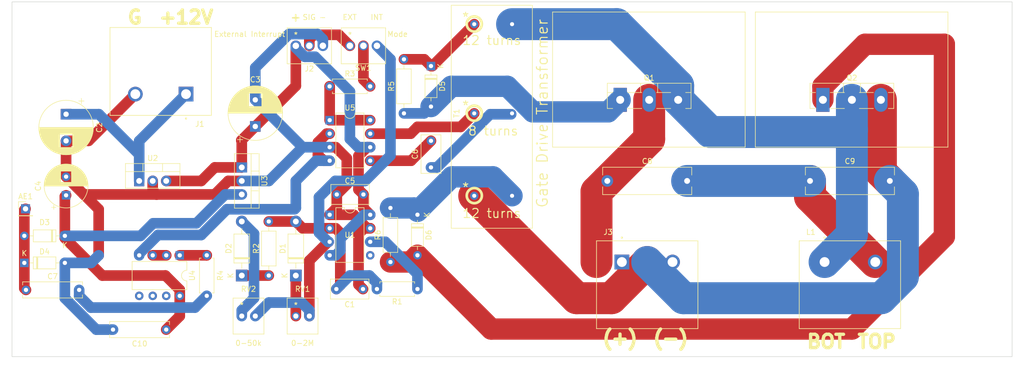
<source format=kicad_pcb>
(kicad_pcb (version 20221018) (generator pcbnew)
  (layers (0 "F.Cu" signal) (31 "B.Cu" signal) (34 "B.Paste" user) (35 "F.Paste" user) (36 "B.SilkS" user "B.Silkscreen") (37 "F.SilkS" user "F.Silkscreen") (38 "B.Mask" user) (39 "F.Mask" user) (44 "Edge.Cuts" user))
  (net 0 "")
  (net 1 "Net-(AE1-A)")
  (net 2 "GND")
  (net 3 "Net-(D1-A)")
  (net 4 "+12V")
  (net 5 "+5V")
  (net 6 "Net-(J1-Pin_1)")
  (net 7 "Net-(U5-OUTB)")
  (net 8 "Net-(C7-Pad1)")
  (net 9 "Net-(T1-AB)")
  (net 10 "/+340VDC")
  (net 11 "/TOP")
  (net 12 "/-340VDC")
  (net 13 "Net-(D1-K)")
  (net 14 "Net-(D2-A)")
  (net 15 "Net-(D2-K)")
  (net 16 "/GD0")
  (net 17 "/BASE1")
  (net 18 "/GD1")
  (net 19 "/BASE2")
  (net 20 "Net-(J2-Pin_2)")
  (net 21 "/BOT")
  (net 22 "Net-(U1-THR)")
  (net 23 "Net-(SW1-B)")
  (net 24 "Net-(U5-ENBA)")
  (net 25 "Net-(R4-Pad2)")
  (net 26 "Net-(SW1-C)")
  (net 27 "Net-(T1-AA)")
  (net 29 "Net-(U4-Pad2)")
  (net 30 "Net-(U5-INA)")
  (footprint "Diode_THT:D_DO-35_SOD27_P7.62mm_Horizontal" (layer "F.Cu") (at 63.29924 112.20324 180)
    (fp_text reference "D3" (at 3.81 2.54) (layer "F.SilkS"))
    (fp_text value "1N4148")
    (fp_text user "K" (at 0 -1.8) (layer "F.SilkS"))
    (pad "1" thru_hole rect (at 0 0 180) (size 1.6 1.6) (drill 0.8) (layers "*.Cu" "*.Mask") (net 5 "+5V"))
    (pad "2" thru_hole oval (at 7.62 0 180) (size 1.6 1.6) (drill 0.8) (layers "*.Cu" "*.Mask") (net 1 "Net-(AE1-A)"))
  )
  (footprint "Diode_THT:D_DO-35_SOD27_P7.62mm_Horizontal" (layer "F.Cu") (at 129.56924 108.23324 -90)
    (fp_text reference "D6" (at 3.81 -2.12 90) (layer "F.SilkS"))
    (fp_text value "1N4148")
    (fp_text user "K" (at 0 -1.8 90) (layer "F.SilkS"))
    (pad "1" thru_hole rect (at 0 0 270) (size 1.6 1.6) (drill 0.8) (layers "*.Cu" "*.Mask") (net 18 "/GD1"))
    (pad "2" thru_hole oval (at 7.62 0 270) (size 1.6 1.6) (drill 0.8) (layers "*.Cu" "*.Mask") (net 19 "/BASE2"))
  )
  (footprint "local:282834-2" (layer "F.Cu") (at 96.54924 127.28324)
    (fp_text reference "RV2" (at 1.27 -5.08) (layer "F.SilkS"))
    (fp_text value "0-50k" (at 1.27 5.08) (layer "F.SilkS"))
    (fp_text user "*" (at 0 -2.032) (layer "F.SilkS"))
    (pad "1" thru_hole circle (at 0 0) (size 1.524 1.524) (drill 0.9652) (layers "*.Cu" "*.Mask") (net 14 "Net-(D2-A)"))
    (pad "2" thru_hole circle (at 2.54 0) (size 1.524 1.524) (drill 0.9652) (layers "*.Cu" "*.Mask") (net 26 "Net-(SW1-C)"))
  )
  (footprint "Package_DIP:DIP-8_W7.62mm" (layer "F.Cu") (at 113.06924 108.24324)
    (fp_text reference "U1" (at 3.81 3.8) (layer "F.SilkS"))
    (fp_text value "NE555P")
    (pad "1" thru_hole rect (at 0 0) (size 1.6 1.6) (drill 0.8) (layers "*.Cu" "*.Mask") (net 2 "GND"))
    (pad "2" thru_hole oval (at 0 2.54) (size 1.6 1.6) (drill 0.8) (layers "*.Cu" "*.Mask") (net 3 "Net-(D1-A)"))
    (pad "3" thru_hole oval (at 0 5.08) (size 1.6 1.6) (drill 0.8) (layers "*.Cu" "*.Mask") (net 26 "Net-(SW1-C)"))
    (pad "4" thru_hole oval (at 0 7.62) (size 1.6 1.6) (drill 0.8) (layers "*.Cu" "*.Mask") (net 4 "+12V"))
    (pad "5" thru_hole oval (at 7.62 7.62) (size 1.6 1.6) (drill 0.8) (layers "*.Cu" "*.Mask"))
    (pad "6" thru_hole oval (at 7.62 5.08) (size 1.6 1.6) (drill 0.8) (layers "*.Cu" "*.Mask") (net 22 "Net-(U1-THR)"))
    (pad "7" thru_hole oval (at 7.62 2.54) (size 1.6 1.6) (drill 0.8) (layers "*.Cu" "*.Mask") (net 2 "GND"))
    (pad "8" thru_hole oval (at 7.62 0) (size 1.6 1.6) (drill 0.8) (layers "*.Cu" "*.Mask") (net 4 "+12V"))
  )
  (footprint "local:282834-3" (layer "F.Cu") (at 106.70924 76.48324)
    (fp_text reference "J2" (at 2.54 4.318) (layer "F.SilkS"))
    (fp_text value "External Interrupt" (at -1.93424 -2.18824) (layer "F.SilkS") (effects (justify right)))
    (fp_text user "*" (at 0 -2.032) (layer "F.SilkS"))
    (pad "1" thru_hole circle (at 0 0) (size 1.7272 1.7272) (drill 1.2192) (layers "*.Cu" "*.Mask") (net 4 "+12V"))
    (pad "2" thru_hole circle (at 2.54 0) (size 1.7272 1.7272) (drill 1.2192) (layers "*.Cu" "*.Mask") (net 20 "Net-(J2-Pin_2)"))
    (pad "3" thru_hole circle (at 5.08 0) (size 1.7272 1.7272) (drill 1.2192) (layers "*.Cu" "*.Mask") (net 2 "GND"))
  )
  (footprint "Connector_PinHeader_2.54mm:PinHeader_1x01_P2.54mm_Vertical" (layer "F.Cu") (at 55.90924 107.12324)
    (fp_text reference "AE1" (at 0 -2.33) (layer "F.SilkS"))
    (fp_text value "Antenna")
    (pad "1" thru_hole rect (at 0 0) (size 1.7 1.7) (drill 1) (layers "*.Cu" "*.Mask") (net 1 "Net-(AE1-A)"))
  )
  (footprint "Capacitor_THT:C_Rect_L7.0mm_W3.5mm_P5.00mm" (layer "F.Cu") (at 119.40924 104.42324 180)
    (fp_text reference "C5" (at 2.53 2.54) (layer "F.SilkS"))
    (fp_text value "10uF")
    (pad "1" thru_hole circle (at 0 0 180) (size 1.6 1.6) (drill 0.8) (layers "*.Cu" "*.Mask") (net 4 "+12V"))
    (pad "2" thru_hole circle (at 5 0 180) (size 1.6 1.6) (drill 0.8) (layers "*.Cu" "*.Mask") (net 2 "GND"))
  )
  (footprint "Diode_THT:D_DO-35_SOD27_P7.62mm_Horizontal" (layer "F.Cu") (at 132.10924 80.29324 -90)
    (fp_text reference "D5" (at 3.81 -2.12 90) (layer "F.SilkS"))
    (fp_text value "1N4148")
    (fp_text user "K" (at 0 -1.8 90) (layer "F.SilkS"))
    (pad "1" thru_hole rect (at 0 0 270) (size 1.6 1.6) (drill 0.8) (layers "*.Cu" "*.Mask") (net 16 "/GD0"))
    (pad "2" thru_hole oval (at 7.62 0 270) (size 1.6 1.6) (drill 0.8) (layers "*.Cu" "*.Mask") (net 17 "/BASE1"))
  )
  (footprint "local:TE_1546833-2" (layer "F.Cu") (at 81.30924 85.56574 180)
    (fp_text reference "J1" (at -7.35 -5.625) (layer "F.SilkS"))
    (fp_text value "LV INPUT")
    (pad "1" thru_hole rect (at -4.765 0 180) (size 2.775 2.775) (drill 1.85) (layers "*.Cu" "*.Mask") (net 6 "Net-(J1-Pin_1)"))
    (pad "2" thru_hole circle (at 4.765 0 180) (size 2.775 2.775) (drill 1.85) (layers "*.Cu" "*.Mask") (net 2 "GND"))
  )
  (footprint "local:TO-3P-3_Vertical_Heatsink" (layer "F.Cu") (at 205.76924 86.64324)
    (fp_text reference "Q2" (at 5.45 -4.12) (layer "F.SilkS"))
    (fp_text value "FGA60N65SMD")
    (pad "" np_thru_hole circle (at -7.2 -3.95) (size 0.001 0.001) (drill 3) (layers "F&B.Cu" "*.Mask"))
    (pad "" np_thru_hole circle (at 18.1 -3.95) (size 0.001 0.001) (drill 3) (layers "F&B.Cu" "*.Mask"))
    (pad "1" thru_hole rect (at 0 0) (size 2.5 4.5) (drill 1.5) (layers "*.Cu" "*.Mask") (net 19 "/BASE2"))
    (pad "2" thru_hole oval (at 5.45 0) (size 2.5 4.5) (drill 1.5) (layers "*.Cu" "*.Mask") (net 21 "/BOT"))
    (pad "3" thru_hole oval (at 10.9 0) (size 2.5 4.5) (drill 1.5) (layers "*.Cu" "*.Mask") (net 12 "/-340VDC"))
  )
  (footprint "Package_TO_SOT_THT:TO-220-3_Vertical" (layer "F.Cu") (at 77.26924 101.88324)
    (fp_text reference "U2" (at 2.54 -4.27) (layer "F.SilkS"))
    (fp_text value "LM7812_TO220")
    (pad "1" thru_hole rect (at 0 0) (size 1.905 2) (drill 1.1) (layers "*.Cu" "*.Mask") (net 6 "Net-(J1-Pin_1)"))
    (pad "2" thru_hole oval (at 2.54 0) (size 1.905 2) (drill 1.1) (layers "*.Cu" "*.Mask") (net 2 "GND"))
    (pad "3" thru_hole oval (at 5.08 0) (size 1.905 2) (drill 1.1) (layers "*.Cu" "*.Mask") (net 4 "+12V"))
  )
  (footprint "Diode_THT:D_DO-35_SOD27_P7.62mm_Horizontal" (layer "F.Cu") (at 55.67924 117.28324)
    (fp_text reference "D4" (at 3.81 -2.12) (layer "F.SilkS"))
    (fp_text value "1N4148")
    (fp_text user "K" (at 0 -1.8) (layer "F.SilkS"))
    (pad "1" thru_hole rect (at 0 0) (size 1.6 1.6) (drill 0.8) (layers "*.Cu" "*.Mask") (net 1 "Net-(AE1-A)"))
    (pad "2" thru_hole oval (at 7.62 0) (size 1.6 1.6) (drill 0.8) (layers "*.Cu" "*.Mask") (net 2 "GND"))
  )
  (footprint "local:282834-2" (layer "F.Cu") (at 106.70924 127.28324)
    (fp_text reference "RV1" (at 1.27 -5.08) (layer "F.SilkS"))
    (fp_text value "0-2M" (at 1.27 5.08) (layer "F.SilkS"))
    (fp_text user "*" (at 0 -2.032) (layer "F.SilkS"))
    (pad "1" thru_hole circle (at 0 0) (size 1.524 1.524) (drill 0.9652) (layers "*.Cu" "*.Mask") (net 13 "Net-(D1-K)"))
    (pad "2" thru_hole circle (at 2.54 0) (size 1.524 1.524) (drill 0.9652) (layers "*.Cu" "*.Mask") (net 26 "Net-(SW1-C)"))
  )
  (footprint "Resistor_THT:R_Axial_DIN0207_L6.3mm_D2.5mm_P10.16mm_Horizontal" (layer "F.Cu") (at 124.48924 117.12324 90)
    (fp_text reference "R6" (at 5.08 -2.37 90) (layer "F.SilkS"))
    (fp_text value "6.8")
    (pad "1" thru_hole circle (at 0 0 90) (size 1.6 1.6) (drill 0.8) (layers "*.Cu" "*.Mask") (net 19 "/BASE2"))
    (pad "2" thru_hole oval (at 10.16 0 90) (size 1.6 1.6) (drill 0.8) (layers "*.Cu" "*.Mask") (net 18 "/GD1"))
  )
  (footprint "Capacitor_THT:C_Rect_L16.5mm_W4.9mm_P15.00mm_MKT" (layer "F.Cu") (at 203.34924 101.88324)
    (fp_text reference "C9" (at 7.5 -3.7) (layer "F.SilkS"))
    (fp_text value "0.82uF")
    (pad "1" thru_hole circle (at 0 0) (size 2.2 2.2) (drill 1.1) (layers "*.Cu" "*.Mask") (net 11 "/TOP"))
    (pad "2" thru_hole circle (at 15 0) (size 2.2 2.2) (drill 1.1) (layers "*.Cu" "*.Mask") (net 12 "/-340VDC"))
  )
  (footprint "local:TE_1546833-2" (layer "F.Cu") (at 172.74924 117.12324)
    (fp_text reference "J3" (at -7.35 -5.625) (layer "F.SilkS"))
    (fp_text value "HV INPUT")
    (pad "1" thru_hole rect (at -4.765 0) (size 2.775 2.775) (drill 1.85) (layers "*.Cu" "*.Mask") (net 10 "/+340VDC"))
    (pad "2" thru_hole circle (at 4.765 0) (size 2.775 2.775) (drill 1.85) (layers "*.Cu" "*.Mask") (net 12 "/-340VDC"))
  )
  (footprint "Diode_THT:D_DO-41_SOD81_P10.16mm_Horizontal" (layer "F.Cu") (at 96.54924 119.66324 90)
    (fp_text reference "D2" (at 5.08 -2.47 90) (layer "F.SilkS"))
    (fp_text value "1N4007")
    (fp_text user "K" (at 0 -2.1 90) (layer "F.SilkS"))
    (pad "1" thru_hole rect (at 0 0 90) (size 2.2 2.2) (drill 1.1) (layers "*.Cu" "*.Mask") (net 15 "Net-(D2-K)"))
    (pad "2" thru_hole oval (at 10.16 0 90) (size 2.2 2.2) (drill 1.1) (layers "*.Cu" "*.Mask") (net 14 "Net-(D2-A)"))
  )
  (footprint "local:TE_1546833-2" (layer "F.Cu") (at 210.84924 117.12324)
    (fp_text reference "L1" (at -7.35 -5.625) (layer "F.SilkS"))
    (fp_text value "PRIMARY")
    (pad "1" thru_hole rect (at -4.765 0) (size 2.775 2.775) (drill 1.85) (layers "*.Cu" "*.Mask") (net 21 "/BOT"))
    (pad "2" thru_hole circle (at 4.765 0) (size 2.775 2.775) (drill 1.85) (layers "*.Cu" "*.Mask") (net 11 "/TOP"))
  )
  (footprint "Diode_THT:D_DO-41_SOD81_P10.16mm_Horizontal" (layer "F.Cu") (at 106.70924 119.66324 90)
    (fp_text reference "D1" (at 5.08 -2.47 90) (layer "F.SilkS"))
    (fp_text value "1N4007")
    (fp_text user "K" (at 0 -2.1 90) (layer "F.SilkS"))
    (pad "1" thru_hole rect (at 0 0 90) (size 2.2 2.2) (drill 1.1) (layers "*.Cu" "*.Mask") (net 13 "Net-(D1-K)"))
    (pad "2" thru_hole oval (at 10.16 0 90) (size 2.2 2.2) (drill 1.1) (layers "*.Cu" "*.Mask") (net 3 "Net-(D1-A)"))
  )
  (footprint "MountingHole:MountingHole_5mm" (layer "F.Cu") (at 236.24924 129.82324)
    (fp_text reference "REF**" hide)
    (fp_text value "MountingHole_5mm")
    (pad "" np_thru_hole circle (at 0 0) (size 5 5) (drill 5) (layers "*.Cu" "*.Mask"))
  )
  (footprint "Package_DIP:DIP-8_W7.62mm" (layer "F.Cu") (at 84.89424 115.86324 -90)
    (fp_text reference "U4" (at 3.81 -2.33 -90) (layer "F.SilkS"))
    (fp_text value "74HC14")
    (pad "1" thru_hole rect (at 0 0 270) (size 1.6 1.6) (drill 0.8) (layers "*.Cu" "*.Mask") (net 25 "Net-(R4-Pad2)"))
    (pad "2" thru_hole oval (at 0 2.54 270) (size 1.6 1.6) (drill 0.8) (layers "*.Cu" "*.Mask") (net 29 "Net-(U4-Pad2)"))
    (pad "3" thru_hole oval (at 0 5.08 270) (size 1.6 1.6) (drill 0.8) (layers "*.Cu" "*.Mask") (net 29 "Net-(U4-Pad2)"))
    (pad "4" thru_hole oval (at 0 7.62 270) (size 1.6 1.6) (drill 0.8) (layers "*.Cu" "*.Mask") (net 30 "Net-(U5-INA)"))
    (pad "5" thru_hole oval (at 7.62 7.62 270) (size 1.6 1.6) (drill 0.8) (layers "*.Cu" "*.Mask"))
    (pad "6" thru_hole oval (at 7.62 5.08 270) (size 1.6 1.6) (drill 0.8) (layers "*.Cu" "*.Mask"))
    (pad "7" thru_hole oval (at 7.62 2.54 270) (size 1.6 1.6) (drill 0.8) (layers "*.Cu" "*.Mask") (net 2 "GND"))
    (pad "8" thru_hole oval (at 7.62 0 270) (size 1.6 1.6) (drill 0.8) (layers "*.Cu" "*.Mask"))
  )
  (footprint "Resistor_THT:R_Axial_DIN0207_L6.3mm_D2.5mm_P10.16mm_Horizontal" (layer "F.Cu") (at 127.02924 89.18324 90)
    (fp_text reference "R5" (at 5.08 -2.37 90) (layer "F.SilkS"))
    (fp_text value "6.8")
    (pad "1" thru_hole circle (at 0 0 90) (size 1.6 1.6) (drill 0.8) (layers "*.Cu" "*.Mask") (net 17 "/BASE1"))
    (pad "2" thru_hole oval (at 10.16 0 90) (size 1.6 1.6) (drill 0.8) (layers "*.Cu" "*.Mask") (net 16 "/GD0"))
  )
  (footprint "Resistor_THT:R_Axial_DIN0207_L6.3mm_D2.5mm_P7.62mm_Horizontal" (layer "F.Cu") (at 113.05924 84.10324)
    (fp_text reference "R3" (at 3.81 -2.37) (layer "F.SilkS"))
    (fp_text value "5k")
    (pad "1" thru_hole circle (at 0 0) (size 1.6 1.6) (drill 0.8) (layers "*.Cu" "*.Mask") (net 24 "Net-(U5-ENBA)"))
    (pad "2" thru_hole oval (at 7.62 0) (size 1.6 1.6) (drill 0.8) (layers "*.Cu" "*.Mask") (net 23 "Net-(SW1-B)"))
  )
  (footprint "Package_DIP:DIP-8_W7.62mm" (layer "F.Cu") (at 113.06924 90.46324)
    (fp_text reference "U5" (at 3.81 -2.33) (layer "F.SilkS"))
    (fp_text value "UCC27425")
    (pad "1" thru_hole rect (at 0 0) (size 1.6 1.6) (drill 0.8) (layers "*.Cu" "*.Mask") (net 24 "Net-(U5-ENBA)"))
    (pad "2" thru_hole oval (at 0 2.54) (size 1.6 1.6) (drill 0.8) (layers "*.Cu" "*.Mask") (net 30 "Net-(U5-INA)"))
    (pad "3" thru_hole oval (at 0 5.08) (size 1.6 1.6) (drill 0.8) (layers "*.Cu" "*.Mask") (net 2 "GND"))
    (pad "4" thru_hole oval (at 0 7.62) (size 1.6 1.6) (drill 0.8) (layers "*.Cu" "*.Mask") (net 30 "Net-(U5-INA)"))
    (pad "5" thru_hole oval (at 7.62 7.62) (size 1.6 1.6) (drill 0.8) (layers "*.Cu" "*.Mask") (net 7 "Net-(U5-OUTB)"))
    (pad "6" thru_hole oval (at 7.62 5.08) (size 1.6 1.6) (drill 0.8) (layers "*.Cu" "*.Mask") (net 4 "+12V"))
    (pad "7" thru_hole oval (at 7.62 2.54) (size 1.6 1.6) (drill 0.8) (layers "*.Cu" "*.Mask") (net 27 "Net-(T1-AA)"))
    (pad "8" thru_hole oval (at 7.62 0) (size 1.6 1.6) (drill 0.8) (layers "*.Cu" "*.Mask") (net 24 "Net-(U5-ENBA)"))
  )
  (footprint "Resistor_THT:R_Axial_DIN0207_L6.3mm_D2.5mm_P7.62mm_Horizontal" (layer "F.Cu") (at 129.56924 122.20324 180)
    (fp_text reference "R1" (at 3.81 -2.37) (layer "F.SilkS"))
    (fp_text value "2.2k")
    (pad "1" thru_hole circle (at 0 0 180) (size 1.6 1.6) (drill 0.8) (layers "*.Cu" "*.Mask") (net 22 "Net-(U1-THR)"))
    (pad "2" thru_hole oval (at 7.62 0 180) (size 1.6 1.6) (drill 0.8) (layers "*.Cu" "*.Mask") (net 3 "Net-(D1-A)"))
  )
  (footprint "Resistor_THT:R_Axial_DIN0207_L6.3mm_D2.5mm_P10.16mm_Horizontal" (layer "F.Cu") (at 101.62924 119.66324 90)
    (fp_text reference "R2" (at 5.08 -2.37 90) (layer "F.SilkS"))
    (fp_text value "50k")
    (pad "1" thru_hole circle (at 0 0 90) (size 1.6 1.6) (drill 0.8) (layers "*.Cu" "*.Mask") (net 15 "Net-(D2-K)"))
    (pad "2" thru_hole oval (at 10.16 0 90) (size 1.6 1.6) (drill 0.8) (layers "*.Cu" "*.Mask") (net 3 "Net-(D1-A)"))
  )
  (footprint "Package_TO_SOT_THT:TO-220-3_Vertical" (layer "F.Cu") (at 96.54924 99.34324 -90)
    (fp_text reference "U3" (at 2.54 -4.27 -270) (layer "F.SilkS"))
    (fp_text value "LM7805_TO220")
    (pad "1" thru_hole rect (at 0 0 270) (size 1.905 2) (drill 1.1) (layers "*.Cu" "*.Mask") (net 4 "+12V"))
    (pad "2" thru_hole oval (at 2.54 0 270) (size 1.905 2) (drill 1.1) (layers "*.Cu" "*.Mask") (net 2 "GND"))
    (pad "3" thru_hole oval (at 5.08 0 270) (size 1.905 2) (drill 1.1) (layers "*.Cu" "*.Mask") (net 5 "+5V"))
  )
  (footprint "MountingHole:MountingHole_5mm" (layer "F.Cu") (at 58.44924 129.82324)
    (fp_text reference "REF**" hide)
    (fp_text value "MountingHole_5mm")
    (pad "" np_thru_hole circle (at 0 0) (size 5 5) (drill 5) (layers "*.Cu" "*.Mask"))
  )
  (footprint "MountingHole:MountingHole_5mm" (layer "F.Cu") (at 236.24924 73.152)
    (fp_text reference "REF**" hide)
    (fp_text value "MountingHole_5mm")
    (pad "" np_thru_hole circle (at 0 0) (size 5 5) (drill 5) (layers "*.Cu" "*.Mask"))
  )
  (footprint "Resistor_THT:R_Axial_DIN0207_L6.3mm_D2.5mm_P7.62mm_Horizontal" (layer "F.Cu") (at 89.96924 123.47324 90)
    (fp_text reference "R4" (at 3.81 2.54 90) (layer "F.SilkS"))
    (fp_text value "1k")
    (pad "1" thru_hole circle (at 0 0 90) (size 1.6 1.6) (drill 0.8) (layers "*.Cu" "*.Mask") (net 8 "Net-(C7-Pad1)"))
    (pad "2" thru_hole oval (at 7.62 0 90) (size 1.6 1.6) (drill 0.8) (layers "*.Cu" "*.Mask") (net 25 "Net-(R4-Pad2)"))
  )
  (footprint "Capacitor_THT:C_Rect_L7.0mm_W3.5mm_P5.00mm" (layer "F.Cu") (at 132.10924 99.34324 90)
    (fp_text reference "C6" (at 2.5 -3 90) (layer "F.SilkS"))
    (fp_text value "1uF")
    (pad "1" thru_hole circle (at 0 0 90) (size 1.6 1.6) (drill 0.8) (layers "*.Cu" "*.Mask") (net 9 "Net-(T1-AB)"))
    (pad "2" thru_hole circle (at 5 0 90) (size 1.6 1.6) (drill 0.8) (layers "*.Cu" "*.Mask") (net 7 "Net-(U5-OUTB)"))
  )
  (footprint "Capacitor_THT:C_Rect_L16.5mm_W4.9mm_P15.00mm_MKT" (layer "F.Cu") (at 165.24924 101.88324)
    (fp_text reference "C8" (at 7.5 -3.7) (layer "F.SilkS"))
    (fp_text value "0.82uF")
    (pad "1" thru_hole circle (at 0 0) (size 2.2 2.2) (drill 1.1) (layers "*.Cu" "*.Mask") (net 10 "/+340VDC"))
    (pad "2" thru_hole circle (at 15 0) (size 2.2 2.2) (drill 1.1) (layers "*.Cu" "*.Mask") (net 11 "/TOP"))
  )
  (footprint "local:GDT" (layer "F.Cu") (at 147.34924 89.18324)
    (fp_text reference "T1" (at -10.414 0 90 unlocked) (layer "F.SilkS"))
    (fp_text value "Transformer_1P_2S")
    (fp_text user "*" (at -9.51 -1.431) (layer "F.SilkS") (effects (font (size 1.7 1.7) (thickness 0.203)) (justify left)))
    (fp_text user "12 turns" (at -3.81 18.796) (layer "F.SilkS") (effects (font (size 1.7 1.7) (thickness 0.203))))
    (fp_text user "*" (at -9.51 -18.068) (layer "F.SilkS") (effects (font (size 1.7 1.7) (thickness 0.203)) (justify left)))
    (fp_text user "12 turns" (at -3.81 -13.716) (layer "F.SilkS") (effects (font (size 1.7 1.7) (thickness 0.203))))
    (fp_text user "Gate Drive Transformer" (at 5.68576 0 90) (layer "F.SilkS") (effects (font (size 2.032 2.032) (thickness 0.203))))
    (fp_text user "8 turns" (at -3.556 3.302) (layer "F.SilkS") (effects (font (size 1.7 1.7) (thickness 0.203))))
    (fp_text user "*" (at -9.51 13.936) (layer "F.SilkS") (effects (font (size 1.7 1.7) (thickness 0.203)) (justify left)))
    (pad "1" thru_hole circle (at -7.112 0) (size 1.524 1.524) (drill 0.762) (layers "*.Cu" "*.Mask") (net 27 "Net-(T1-AA)"))
    (pad "2" thru_hole circle (at 0 0) (size 1.524 1.524) (drill 0.762) (layers "*.Cu" "*.Mask") (net 9 "Net-(T1-AB)"))
    (pad "3" thru_hole circle (at -7.112 -16.764) (size 1.524 1.524) (drill 0.762) (layers "*.Cu" "*.Mask") (net 16 "/GD0"))
    (pad "4" thru_hole circle (at 0 -16.764) (size 1.524 1.524) (drill 0.762) (layers "*.Cu" "*.Mask") (net 21 "/BOT"))
    (pad "5" thru_hole circle (at 0 15.494) (size 1.524 1.524) (drill 0.762) (layers "*.Cu" "*.Mask") (net 18 "/GD1"))
    (pad "6" thru_hole circle (at -7.112 15.494) (size 1.524 1.524) (drill 0.762) (layers "*.Cu" "*.Mask") (net 12 "/-340VDC"))
  )
  (footprint "Capacitor_THT:C_Rect_L11.0mm_W2.8mm_P10.00mm_MKT" (layer "F.Cu") (at 65.98924 122.36324 180)
    (fp_text reference "C7" (at 5 2.54) (layer "F.SilkS"))
    (fp_text value "0.1uF")
    (pad "1" thru_hole circle (at 0 0 180) (size 1.6 1.6) (drill 0.8) (layers "*.Cu" "*.Mask") (net 8 "Net-(C7-Pad1)"))
    (pad "2" thru_hole circle (at 10 0 180) (size 1.6 1.6) (drill 0.8) (layers "*.Cu" "*.Mask") (net 1 "Net-(AE1-A)"))
  )
  (footprint "Capacitor_THT:CP_Radial_D10.0mm_P5.00mm" (layer "F.Cu") (at 63.52924 89.34324 -90)
    (fp_text reference "C2" (at 2.5 -6.25 90) (layer "F.SilkS"))
    (fp_text value "470uF")
    (pad "1" thru_hole rect (at 0 0 270) (size 2 2) (drill 1) (layers "*.Cu" "*.Mask") (net 6 "Net-(J1-Pin_1)"))
    (pad "2" thru_hole circle (at 5 0 270) (size 2 2) (drill 1) (layers "*.Cu" "*.Mask") (net 2 "GND"))
  )
  (footprint "Capacitor_THT:CP_Radial_D8.0mm_P3.50mm" (layer "F.Cu") (at 63.52924 104.58324 90)
    (fp_text reference "C4" (at 1.75 -5.25 90) (layer "F.SilkS"))
    (fp_text value "220uF")
    (pad "1" thru_hole rect (at 0 0 90) (size 1.6 1.6) (drill 0.8) (layers "*.Cu" "*.Mask") (net 5 "+5V"))
    (pad "2" thru_hole circle (at 3.5 0 90) (size 1.6 1.6) (drill 0.8) (layers "*.Cu" "*.Mask") (net 2 "GND"))
  )
  (footprint "Capacitor_THT:CP_Radial_D10.0mm_P5.00mm" (layer "F.Cu") (at 99.08924 91.64324 90)
    (fp_text reference "C3" (at 8.81 0) (layer "F.SilkS"))
    (fp_text value "470uF")
    (pad "1" thru_hole rect (at 0 0 90) (size 2 2) (drill 1) (layers "*.Cu" "*.Mask") (net 4 "+12V"))
    (pad "2" thru_hole circle (at 5 0 90) (size 2 2) (drill 1) (layers "*.Cu" "*.Mask") (net 2 "GND"))
  )
  (footprint "local:282834-3" (layer "F.Cu") (at 116.86924 76.48324)
    (fp_text reference "SW1" (at 2.51076 4.16176) (layer "F.SilkS"))
    (fp_text value "Mode" (at 6.95576 -2.18824) (layer "F.SilkS") (effects (justify left)))
    (fp_text user "*" (at 0 -2.032) (layer "F.SilkS"))
    (pad "1" thru_hole circle (at 0 0) (size 1.7272 1.7272) (drill 1.2192) (layers "*.Cu" "*.Mask") (net 20 "Net-(J2-Pin_2)"))
    (pad "2" thru_hole circle (at 2.54 0) (size 1.7272 1.7272) (drill 1.2192) (layers "*.Cu" "*.Mask") (net 23 "Net-(SW1-B)"))
    (pad "3" thru_hole circle (at 5.08 0) (size 1.7272 1.7272) (drill 1.2192) (layers "*.Cu" "*.Mask") (net 26 "Net-(SW1-C)"))
  )
  (footprint "Capacitor_THT:C_Rect_L7.0mm_W3.5mm_P5.00mm" (layer "F.Cu") (at 114.32924 122.20324)
    (fp_text reference "C1" (at 2.51076 2.89176) (layer "F.SilkS"))
    (fp_text value "0.33uF")
    (pad "1" thru_hole circle (at 0 0) (size 1.6 1.6) (drill 0.8) (layers "*.Cu" "*.Mask") (net 3 "Net-(D1-A)"))
    (pad "2" thru_hole circle (at 5 0) (size 1.6 1.6) (drill 0.8) (layers "*.Cu" "*.Mask") (net 2 "GND"))
  )
  (footprint "MountingHole:MountingHole_5mm" (layer "F.Cu") (at 58.44924 73.152)
    (fp_text reference "REF**" hide)
    (fp_text value "MountingHole_5mm")
    (pad "" np_thru_hole circle (at 0 0) (size 5 5) (drill 5) (layers "*.Cu" "*.Mask"))
  )
  (footprint "Capacitor_THT:C_Rect_L11.0mm_W2.8mm_P10.00mm_MKT" (layer "F.Cu") (at 82.34924 129.82324 180)
    (fp_text reference "C10" (at 5 -2.65) (layer "F.SilkS"))
    (fp_text value "0.1uF")
    (pad "1" thru_hole circle (at 0 0 180) (size 1.6 1.6) (drill 0.8) (layers "*.Cu" "*.Mask") (net 5 "+5V"))
    (pad "2" thru_hole circle (at 10 0 180) (size 1.6 1.6) (drill 0.8) (layers "*.Cu" "*.Mask") (net 2 "GND"))
  )
  (footprint "local:TO-3P-3_Vertical_Heatsink" (layer "F.Cu") (at 167.66924 86.64324)
    (fp_text reference "Q1" (at 5.45 -4.12) (layer "F.SilkS"))
    (fp_text value "FGA60N65SMD")
    (pad "" np_thru_hole circle (at -7.2 -3.95) (size 0.001 0.001) (drill 3) (layers "F&B.Cu" "*.Mask"))
    (pad "" np_thru_hole circle (at 18.1 -3.95) (size 0.001 0.001) (drill 3) (layers "F&B.Cu" "*.Mask"))
    (pad "1" thru_hole rect (at 0 0) (size 2.5 4.5) (drill 1.5) (layers "*.Cu" "*.Mask") (net 17 "/BASE1"))
    (pad "2" thru_hole oval (at 5.45 0) (size 2.5 4.5) (drill 1.5) (layers "*.Cu" "*.Mask") (net 10 "/+340VDC"))
    (pad "3" thru_hole oval (at 10.9 0) (size 2.5 4.5) (drill 1.5) (layers "*.Cu" "*.Mask") (net 21 "/BOT"))
  )
  (gr_rect (start 53.36924 68.22824) (end 241.32924 134.90324) (stroke (width 0.1)) (fill none) (layer "Edge.Cuts"))
  (gr_text "G" (at 76.454 71.12) (layer "F.SilkS") (effects (font (size 2.5 2.5) (thickness 0.625))))
  (gr_text "+12V" (at 86.106 71.12) (layer "F.SilkS") (effects (font (size 2.5 2.5) (thickness 0.625))))
  (gr_text "SIG" (at 109.22 71.12) (layer "F.SilkS") (effects (font (size 1 1))))
  (gr_text "(+)" (at 167.64 131.445) (layer "F.SilkS") (effects (font (size 2.5 2.5) (thickness 0.625))))
  (gr_text "BOT" (at 206.375 132.08) (layer "F.SilkS") (effects (font (size 2.5 2.5) (thickness 0.625))))
  (gr_text "EXT" (at 116.84 71.12) (layer "F.SilkS") (effects (font (size 1 1))))
  (gr_text "TOP" (at 215.9 132.08) (layer "F.SilkS") (effects (font (size 2.5 2.5) (thickness 0.625))))
  (gr_text "INT" (at 121.92 71.12) (layer "F.SilkS") (effects (font (size 1 1))))
  (gr_text "(-)" (at 177.165 131.445) (layer "F.SilkS") (effects (font (size 2.5 2.5) (thickness 0.625))))
  (gr_text "+" (at 106.68 71.12) (layer "F.SilkS") (effects (font (size 1.5 1.5) (thickness 0.3))))
  (gr_text "-" (at 111.76 71.12) (layer "F.SilkS") (effects (font (size 1 1))))
  (segment (start 55.67924 112.20324) (end 55.67924 107.35324) (width 2) (layer "F.Cu") (net 1))
  (segment (start 55.67924 117.28324) (end 55.67924 112.20324) (width 2) (layer "F.Cu") (net 1))
  (segment (start 55.67924 117.28324) (end 55.67924 122.05324) (width 2) (layer "F.Cu") (net 1))
  (segment (start 55.67924 122.05324) (end 55.98924 122.36324) (width 2) (layer "F.Cu") (net 1))
  (segment (start 55.67924 107.35324) (end 55.90924 107.12324) (width 2) (layer "F.Cu") (net 1))
  (segment (start 80.537718 104.42324) (end 79.80924 103.694762) (width 2) (layer "F.Cu") (net 2))
  (segment (start 63.52924 101.08324) (end 66.86924 104.42324) (width 2) (layer "F.Cu") (net 2))
  (segment (start 96.54924 101.88324) (end 94.00924 101.88324) (width 2) (layer "F.Cu") (net 2))
  (segment (start 120.118648 110.78324) (end 120.68924 110.78324) (width 2) (layer "F.Cu") (net 2))
  (segment (start 114.20061 95.54324) (end 116.2902 97.63283) (width 2) (layer "F.Cu") (net 2))
  (segment (start 91.46924 104.42324) (end 80.537718 104.42324) (width 2) (layer "F.Cu") (net 2))
  (segment (start 116.2902 102.54228) (end 114.40924 104.42324) (width 2) (layer "F.Cu") (net 2))
  (segment (start 118.48972 121.36372) (end 119.32924 122.20324) (width 2) (layer "F.Cu") (net 2))
  (segment (start 114.40924 106.90324) (end 113.06924 108.24324) (width 2) (layer "F.Cu") (net 2))
  (segment (start 118.48972 111.85139) (end 118.48972 121.36372) (width 2) (layer "F.Cu") (net 2))
  (segment (start 67.76674 94.34324) (end 76.54424 85.56574) (width 2) (layer "F.Cu") (net 2))
  (segment (start 63.52924 101.08324) (end 63.52924 94.34324) (width 2) (layer "F.Cu") (net 2))
  (segment (start 114.40924 104.42324) (end 114.40924 106.90324) (width 2) (layer "F.Cu") (net 2))
  (segment (start 69.65424 115.86324) (end 69.65424 107.20824) (width 2) (layer "F.Cu") (net 2))
  (segment (start 116.2902 97.63283) (end 116.2902 102.54228) (width 2) (layer "F.Cu") (net 2))
  (segment (start 66.86924 104.42324) (end 80.537718 104.42324) (width 2) (layer "F.Cu") (net 2))
  (segment (start 94.00924 101.88324) (end 91.46924 104.42324) (width 2) (layer "F.Cu") (net 2))
  (segment (start 63.52924 94.34324) (end 67.76674 94.34324) (width 2) (layer "F.Cu") (net 2))
  (segment (start 120.68924 110.78324) (end 119.55787 110.78324) (width 2) (layer "F.Cu") (net 2))
  (segment (start 69.65424 107.20824) (end 66.86924 104.42324) (width 2) (layer "F.Cu") (net 2))
  (segment (start 113.06924 95.54324) (end 114.20061 95.54324) (width 2) (layer "F.Cu") (net 2))
  (segment (start 79.80924 103.694762) (end 79.80924 101.88324) (width 2) (layer "F.Cu") (net 2))
  (segment (start 119.55787 110.78324) (end 118.48972 111.85139) (width 2) (layer "F.Cu") (net 2))
  (segment (start 113.06924 108.24324) (end 117.578648 108.24324) (width 2) (layer "F.Cu") (net 2))
  (segment (start 117.578648 108.24324) (end 120.118648 110.78324) (width 2) (layer "F.Cu") (net 2))
  (segment (start 99.08924 80.61576) (end 99.08924 86.64324) (width 2) (layer "B.Cu") (net 2))
  (segment (start 69.207278 129.82324) (end 72.34924 129.82324) (width 2) (layer "B.Cu") (net 2))
  (segment (start 96.54924 101.88324) (end 101.64924 101.88324) (width 2) (layer "B.Cu") (net 2))
  (segment (start 111.78924 76.48324) (end 111.78924 75.261926) (width 2) (layer "B.Cu") (net 2))
  (segment (start 68.23424 117.28324) (end 69.65424 115.86324) (width 2) (layer "B.Cu") (net 2))
  (segment (start 107.98924 95.54324) (end 113.06924 95.54324) (width 2) (layer "B.Cu") (net 2))
  (segment (start 63.29924 117.28324) (end 63.29924 123.915202) (width 2) (layer "B.Cu") (net 2))
  (segment (start 111.78924 75.261926) (end 110.811034 74.28372) (width 2) (layer "B.Cu") (net 2))
  (segment (start 99.08924 86.64324) (end 107.98924 95.54324) (width 2) (layer "B.Cu") (net 2))
  (segment (start 110.811034 74.28372) (end 105.42128 74.28372) (width 2) (layer "B.Cu") (net 2))
  (segment (start 105.42128 74.28372) (end 99.08924 80.61576) (width 2) (layer "B.Cu") (net 2))
  (segment (start 63.29924 123.915202) (end 69.207278 129.82324) (width 2) (layer "B.Cu") (net 2))
  (segment (start 101.64924 101.88324) (end 107.98924 95.54324) (width 2) (layer "B.Cu") (net 2))
  (segment (start 63.29924 117.28324) (end 68.23424 117.28324) (width 2) (layer "B.Cu") (net 2))
  (segment (start 113.06924 110.78324) (end 114.20061 110.78324) (width 2) (layer "F.Cu") (net 3))
  (segment (start 114.20061 110.78324) (end 115.068751 111.651381) (width 2) (layer "F.Cu") (net 3))
  (segment (start 106.70924 109.50324) (end 107.98924 110.78324) (width 2) (layer "F.Cu") (net 3))
  (segment (start 107.98924 110.78324) (end 113.06924 110.78324) (width 2) (layer "F.Cu") (net 3))
  (segment (start 101.62924 109.50324) (end 106.70924 109.50324) (width 2) (layer "F.Cu") (net 3))
  (segment (start 115.068751 121.463729) (end 114.32924 122.20324) (width 2) (layer "F.Cu") (net 3))
  (segment (start 115.068751 111.651381) (end 115.068751 121.463729) (width 2) (layer "F.Cu") (net 3))
  (segment (start 121.94924 122.20324) (end 121.94924 121.07187) (width 2) (layer "B.Cu") (net 3))
  (segment (start 121.94924 121.07187) (end 120.54061 119.66324) (width 2) (layer "B.Cu") (net 3))
  (segment (start 116.86924 119.66324) (end 114.32924 122.20324) (width 2) (layer "B.Cu") (net 3))
  (segment (start 120.54061 119.66324) (end 116.86924 119.66324) (width 2) (layer "B.Cu") (net 3))
  (segment (start 118.48972 97.172169) (end 120.118649 95.54324) (width 2) (layer "F.Cu") (net 4))
  (segment (start 99.08924 91.64324) (end 106.70924 84.02324) (width 2) (layer "F.Cu") (net 4))
  (segment (start 120.118649 95.54324) (end 120.68924 95.54324) (width 2) (layer "F.Cu") (net 4))
  (segment (start 106.70924 84.02324) (end 106.70924 76.48324) (width 2) (layer "F.Cu") (net 4))
  (segment (start 96.54924 94.34324) (end 96.46924 94.26324) (width 2) (layer "F.Cu") (net 4))
  (segment (start 91.46924 99.34324) (end 96.54924 99.34324) (width 2) (layer "F.Cu") (net 4))
  (segment (start 96.54924 99.34324) (end 96.54924 94.34324) (width 2) (layer "F.Cu") (net 4))
  (segment (start 119.40924 106.96324) (end 120.68924 108.24324) (width 2) (layer "F.Cu") (net 4))
  (segment (start 82.34924 101.88324) (end 88.92924 101.88324) (width 2) (layer "F.Cu") (net 4))
  (segment (start 119.40924 104.42324) (end 118.48972 103.50372) (width 2) (layer "F.Cu") (net 4))
  (segment (start 118.48972 103.50372) (end 118.48972 97.172169) (width 2) (layer "F.Cu") (net 4))
  (segment (start 88.92924 101.88324) (end 91.46924 99.34324) (width 2) (layer "F.Cu") (net 4))
  (segment (start 119.40924 104.42324) (end 119.40924 106.96324) (width 2) (layer "F.Cu") (net 4))
  (segment (start 96.46924 94.26324) (end 99.08924 91.64324) (width 2) (layer "F.Cu") (net 4))
  (segment (start 116.86924 85.085503) (end 116.86924 93.995503) (width 2) (layer "B.Cu") (net 4))
  (segment (start 116.86924 93.995503) (end 118.416977 95.54324) (width 2) (layer "B.Cu") (net 4))
  (segment (start 108.391351 78.546351) (end 106.70924 76.86424) (width 2) (layer "B.Cu") (net 4))
  (segment (start 120.68924 108.24324) (end 119.55787 108.24324) (width 2) (layer "B.Cu") (net 4))
  (segment (start 115.068751 114.995099) (end 114.20061 115.86324) (width 2) (layer "B.Cu") (net 4))
  (segment (start 106.70924 76.86424) (end 106.70924 76.48324) (width 2) (layer "B.Cu") (net 4))
  (segment (start 115.068751 112.732359) (end 115.068751 114.995099) (width 2) (layer "B.Cu") (net 4))
  (segment (start 108.391351 78.546351) (end 110.330088 78.546351) (width 2) (layer "B.Cu") (net 4))
  (segment (start 118.416977 95.54324) (end 120.68924 95.54324) (width 2) (layer "B.Cu") (net 4))
  (segment (start 114.20061 115.86324) (end 113.06924 115.86324) (width 2) (layer "B.Cu") (net 4))
  (segment (start 119.55787 108.24324) (end 115.068751 112.732359) (width 2) (layer "B.Cu") (net 4))
  (segment (start 110.330088 78.546351) (end 116.86924 85.085503) (width 2) (layer "B.Cu") (net 4))
  (segment (start 63.29924 112.20324) (end 63.29924 104.81324) (width 2) (layer "F.Cu") (net 5))
  (segment (start 63.29924 112.618831) (end 63.29924 112.20324) (width 2) (layer "F.Cu") (net 5))
  (segment (start 84.89424 123.48324) (end 84.89424 122.35187) (width 2) (layer "F.Cu") (net 5))
  (segment (start 70.343649 119.66324) (end 63.29924 112.618831) (width 2) (layer "F.Cu") (net 5))
  (segment (start 63.29924 104.81324) (end 63.52924 104.58324) (width 2) (layer "F.Cu") (net 5))
  (segment (start 82.34924 129.82324) (end 84.89424 127.27824) (width 2) (layer "F.Cu") (net 5))
  (segment (start 84.89424 127.27824) (end 84.89424 123.48324) (width 2) (layer "F.Cu") (net 5))
  (segment (start 84.89424 122.35187) (end 82.20561 119.66324) (width 2) (layer "F.Cu") (net 5))
  (segment (start 82.20561 119.66324) (end 70.343649 119.66324) (width 2) (layer "F.Cu") (net 5))
  (segment (start 63.29924 112.20324) (end 77.535911 112.20324) (width 2) (layer "B.Cu") (net 5))
  (segment (start 93.438649 104.42324) (end 96.54924 104.42324) (width 2) (layer "B.Cu") (net 5))
  (segment (start 88.018168 109.84372) (end 93.438649 104.42324) (width 2) (layer "B.Cu") (net 5))
  (segment (start 77.535911 112.20324) (end 79.895431 109.84372) (width 2) (layer "B.Cu") (net 5))
  (segment (start 79.895431 109.84372) (end 88.018168 109.84372) (width 2) (layer "B.Cu") (net 5))
  (segment (start 77.26924 94.37074) (end 86.07424 85.56574) (width 2) (layer "B.Cu") (net 6))
  (segment (start 77.26924 101.88324) (end 77.26924 96.91074) (width 2) (layer "B.Cu") (net 6))
  (segment (start 69.70174 89.34324) (end 77.26924 96.91074) (width 2) (layer "B.Cu") (net 6))
  (segment (start 77.26924 96.91074) (end 77.26924 94.37074) (width 2) (layer "B.Cu") (net 6))
  (segment (start 63.52924 89.34324) (end 69.70174 89.34324) (width 2) (layer "B.Cu") (net 6))
  (segment (start 120.68924 98.08324) (end 128.36924 98.08324) (width 2) (layer "F.Cu") (net 7))
  (segment (start 128.36924 98.08324) (end 132.10924 94.34324) (width 2) (layer "F.Cu") (net 7))
  (segment (start 87.75972 125.68276) (end 89.96924 123.47324) (width 2) (layer "B.Cu") (net 8))
  (segment (start 65.98924 123.49461) (end 68.17739 125.68276) (width 2) (layer "B.Cu") (net 8))
  (segment (start 65.98924 122.36324) (end 65.98924 123.49461) (width 2) (layer "B.Cu") (net 8))
  (segment (start 68.17739 125.68276) (end 87.75972 125.68276) (width 2) (layer "B.Cu") (net 8))
  (segment (start 132.10924 99.34324) (end 133.24061 99.34324) (width 2) (layer "B.Cu") (net 9))
  (segment (start 133.24061 99.34324) (end 143.232313 89.351537) (width 2) (layer "B.Cu") (net 9))
  (segment (start 143.232313 89.351537) (end 147.180943 89.351537) (width 2) (layer "B.Cu") (net 9))
  (segment (start 163.21924 103.91324) (end 165.24924 101.88324) (width 6) (layer "F.Cu") (net 10))
  (segment (start 173.11924 94.01324) (end 173.11924 86.64324) (width 6) (layer "F.Cu") (net 10))
  (segment (start 163.21924 117.12324) (end 163.21924 103.91324) (width 6) (layer "F.Cu") (net 10))
  (segment (start 165.24924 101.88324) (end 173.11924 94.01324) (width 6) (layer "F.Cu") (net 10))
  (segment (start 203.34924 104.85824) (end 215.61424 117.12324) (width 6) (layer "F.Cu") (net 11))
  (segment (start 203.34924 101.88324) (end 203.34924 104.85824) (width 6) (layer "F.Cu") (net 11))
  (segment (start 203.34924 101.88324) (end 180.24924 101.88324) (width 6) (layer "B.Cu") (net 11))
  (segment (start 216.66924 100.20324) (end 218.34924 101.88324) (width 6) (layer "F.Cu") (net 12))
  (segment (start 159.48276 123.92276) (end 166.035693 123.92276) (width 6) (layer "F.Cu") (net 12))
  (segment (start 172.74924 117.209213) (end 172.74924 117.12324) (width 6) (layer "F.Cu") (net 12))
  (segment (start 166.035693 123.92276) (end 172.74924 117.209213) (width 6) (layer "F.Cu") (net 12))
  (segment (start 216.66924 86.64324) (end 216.66924 100.20324) (width 6) (layer "F.Cu") (net 12))
  (segment (start 140.23724 104.67724) (end 159.48276 123.92276) (width 6) (layer "F.Cu") (net 12))
  (segment (start 172.74924 117.12324) (end 179.54876 123.92276) (width 6) (layer "B.Cu") (net 12))
  (segment (start 179.54876 123.92276) (end 216.74972 123.92276) (width 6) (layer "B.Cu") (net 12))
  (segment (start 220.801251 104.335251) (end 218.34924 101.88324) (width 6) (layer "B.Cu") (net 12))
  (segment (start 220.801251 119.871229) (end 220.801251 104.335251) (width 6) (layer "B.Cu") (net 12))
  (segment (start 216.74972 123.92276) (end 220.801251 119.871229) (width 6) (layer "B.Cu") (net 12))
  (segment (start 106.70924 127.28324) (end 106.70924 119.66324) (width 2) (layer "F.Cu") (net 13))
  (segment (start 96.54924 126.20561) (end 98.848751 123.906099) (width 2) (layer "B.Cu") (net 14))
  (segment (start 98.848751 111.802751) (end 96.54924 109.50324) (width 2) (layer "B.Cu") (net 14))
  (segment (start 98.848751 123.906099) (end 98.848751 111.802751) (width 2) (layer "B.Cu") (net 14))
  (segment (start 96.54924 127.28324) (end 96.54924 126.20561) (width 2) (layer "B.Cu") (net 14))
  (segment (start 96.54924 119.66324) (end 101.62924 119.66324) (width 2) (layer "F.Cu") (net 15))
  (segment (start 132.10924 80.29324) (end 132.36324 80.29324) (width 2) (layer "F.Cu") (net 16))
  (segment (start 132.36324 80.29324) (end 140.23724 72.41924) (width 2) (layer "F.Cu") (net 16))
  (segment (start 127.02924 79.02324) (end 130.83924 79.02324) (width 2) (layer "F.Cu") (net 16))
  (segment (start 130.83924 79.02324) (end 132.10924 80.29324) (width 2) (layer "F.Cu") (net 16))
  (segment (start 165.41248 88.9) (end 151.25421 88.9) (width 4) (layer "B.Cu") (net 17))
  (segment (start 146.45745 84.10324) (end 135.91924 84.10324) (width 4) (layer "B.Cu") (net 17))
  (segment (start 135.91924 84.10324) (end 132.10924 87.91324) (width 4) (layer "B.Cu") (net 17))
  (segment (start 167.66924 86.64324) (end 165.41248 88.9) (width 4) (layer "B.Cu") (net 17))
  (segment (start 130.83924 89.18324) (end 132.10924 87.91324) (width 2) (layer "B.Cu") (net 17))
  (segment (start 127.02924 89.18324) (end 130.83924 89.18324) (width 2) (layer "B.Cu") (net 17))
  (segment (start 151.25421 88.9) (end 146.45745 84.10324) (width 4) (layer "B.Cu") (net 17))
  (segment (start 136.037231 101.115729) (end 129.56924 107.58372) (width 4) (layer "B.Cu") (net 18))
  (segment (start 143.787729 101.115729) (end 136.037231 101.115729) (width 4) (layer "B.Cu") (net 18))
  (segment (start 124.48924 106.96324) (end 128.94876 106.96324) (width 4) (layer "B.Cu") (net 18))
  (segment (start 147.34924 104.67724) (end 143.787729 101.115729) (width 4) (layer "B.Cu") (net 18))
  (segment (start 128.94876 106.96324) (end 129.56924 107.58372) (width 4) (layer "B.Cu") (net 18))
  (segment (start 205.76924 84.10324) (end 205.76924 86.64324) (width 4) (layer "F.Cu") (net 19))
  (segment (start 228.6 76.2) (end 213.67248 76.2) (width 4) (layer "F.Cu") (net 19))
  (segment (start 211.21696 129.72228) (end 228.6 112.33924) (width 4) (layer "F.Cu") (net 19))
  (segment (start 228.6 112.33924) (end 228.6 76.2) (width 4) (layer "F.Cu") (net 19))
  (segment (start 128.29924 117.12324) (end 129.56924 115.85324) (width 4) (layer "F.Cu") (net 19))
  (segment (start 143.43828 129.72228) (end 211.21696 129.72228) (width 4) (layer "F.Cu") (net 19))
  (segment (start 124.48924 117.12324) (end 128.29924 117.12324) (width 4) (layer "F.Cu") (net 19))
  (segment (start 129.56924 115.85324) (end 143.43828 129.72228) (width 4) (layer "F.Cu") (net 19))
  (segment (start 213.67248 76.2) (end 205.76924 84.10324) (width 4) (layer "F.Cu") (net 19))
  (segment (start 114.806129 74.420129) (end 116.86924 76.48324) (width 2) (layer "F.Cu") (net 20))
  (segment (start 109.24924 76.48324) (end 109.24924 75.261926) (width 2) (layer "F.Cu") (net 20))
  (segment (start 110.091037 74.420129) (end 114.806129 74.420129) (width 2) (layer "F.Cu") (net 20))
  (segment (start 109.24924 75.261926) (end 110.091037 74.420129) (width 2) (layer "F.Cu") (net 20))
  (segment (start 178.56924 86.64324) (end 178.56924 83.952141) (width 6) (layer "B.Cu") (net 21))
  (segment (start 206.08424 117.12324) (end 211.21924 111.98824) (width 6) (layer "B.Cu") (net 21))
  (segment (start 184.618751 92.692751) (end 210.818751 92.692751) (width 6) (layer "B.Cu") (net 21))
  (segment (start 210.818751 92.692751) (end 211.21924 92.292262) (width 6) (layer "B.Cu") (net 21))
  (segment (start 167.036339 72.41924) (end 147.34924 72.41924) (width 6) (layer "B.Cu") (net 21))
  (segment (start 211.21924 111.98824) (end 211.21924 92.292262) (width 6) (layer "B.Cu") (net 21))
  (segment (start 178.56924 83.952141) (end 167.036339 72.41924) (width 6) (layer "B.Cu") (net 21))
  (segment (start 211.21924 92.292262) (end 211.21924 86.64324) (width 6) (layer "B.Cu") (net 21))
  (segment (start 178.56924 86.64324) (end 184.618751 92.692751) (width 6) (layer "B.Cu") (net 21))
  (segment (start 123.516977 113.32324) (end 129.56924 119.375503) (width 2) (layer "B.Cu") (net 22))
  (segment (start 120.68924 113.32324) (end 123.516977 113.32324) (width 2) (layer "B.Cu") (net 22))
  (segment (start 129.56924 119.375503) (end 129.56924 122.20324) (width 2) (layer "B.Cu") (net 22))
  (segment (start 119.40924 76.48324) (end 119.40924 82.83324) (width 2) (layer "F.Cu") (net 23))
  (segment (start 119.40924 82.83324) (end 120.67924 84.10324) (width 2) (layer "F.Cu") (net 23))
  (segment (start 113.06924 84.11324) (end 113.05924 84.10324) (width 2) (layer "F.Cu") (net 24))
  (segment (start 113.06924 90.46324) (end 113.06924 84.11324) (width 2) (layer "F.Cu") (net 24))
  (segment (start 113.06924 90.46324) (end 120.68924 90.46324) (width 2) (layer "F.Cu") (net 24))
  (segment (start 84.89424 115.86324) (end 89.95924 115.86324) (width 2) (layer "F.Cu") (net 25))
  (segment (start 89.95924 115.86324) (end 89.96924 115.85324) (width 2) (layer "F.Cu") (net 25))
  (segment (start 109.24924 127.28324) (end 109.24924 116.855503) (width 2) (layer "F.Cu") (net 26))
  (segment (start 112.781503 113.32324) (end 112.869231 113.32324) (width 2) (layer "F.Cu") (net 26))
  (segment (start 109.24924 116.855503) (end 112.781503 113.32324) (width 2) (layer "F.Cu") (net 26))
  (segment (start 107.78687 124.74324) (end 109.24924 126.20561) (width 2) (layer "B.Cu") (net 26))
  (segment (start 111.069729 104.935014) (end 111.069729 111.611466) (width 2) (layer "B.Cu") (net 26))
  (segment (start 121.94924 76.48324) (end 124.48924 79.02324) (width 2) (layer "B.Cu") (net 26))
  (segment (start 112.781503 113.32324) (end 112.869231 113.32324) (width 2) (layer "B.Cu") (net 26))
  (segment (start 124.48924 97.110977) (end 119.716977 101.88324) (width 2) (layer "B.Cu") (net 26))
  (segment (start 119.716977 101.88324) (end 114.121503 101.88324) (width 2) (layer "B.Cu") (net 26))
  (segment (start 99.08924 127.28324) (end 101.62924 124.74324) (width 2) (layer "B.Cu") (net 26))
  (segment (start 111.069729 111.611466) (end 112.781503 113.32324) (width 2) (layer "B.Cu") (net 26))
  (segment (start 101.62924 124.74324) (end 107.78687 124.74324) (width 2) (layer "B.Cu") (net 26))
  (segment (start 109.24924 126.20561) (end 109.24924 127.28324) (width 2) (layer "B.Cu") (net 26))
  (segment (start 114.121503 101.88324) (end 111.069729 104.935014) (width 2) (layer "B.Cu") (net 26))
  (segment (start 124.48924 79.02324) (end 124.48924 97.110977) (width 2) (layer "B.Cu") (net 26))
  (segment (start 137.69724 91.72324) (end 140.23724 89.18324) (width 2) (layer "F.Cu") (net 27))
  (segment (start 129.56924 91.72324) (end 137.69724 91.72324) (width 2) (layer "F.Cu") (net 27))
  (segment (start 128.28924 93.00324) (end 129.56924 91.72324) (width 2) (layer "F.Cu") (net 27))
  (segment (start 120.68924 93.00324) (end 128.28924 93.00324) (width 2) (layer "F.Cu") (net 27))
  (segment (start 79.81424 115.86324) (end 82.35424 115.86324) (width 2) (layer "F.Cu") (net 29))
  (segment (start 113.06924 98.08324) (end 111.93787 98.08324) (width 2) (layer "F.Cu") (net 30))
  (segment (start 110.86972 94.632169) (end 112.498649 93.00324) (width 2) (layer "F.Cu") (net 30))
  (segment (start 110.86972 97.01509) (end 110.86972 94.632169) (width 2) (layer "F.Cu") (net 30))
  (segment (start 112.498649 93.00324) (end 113.06924 93.00324) (width 2) (layer "F.Cu") (net 30))
  (segment (start 111.93787 98.08324) (end 110.86972 97.01509) (width 2) (layer "F.Cu") (net 30))
  (segment (start 77.27424 115.86324) (end 77.27424 115.575503) (width 2) (layer "B.Cu") (net 30))
  (segment (start 88.92924 112.04324) (end 93.768751 107.203729) (width 2) (layer "B.Cu") (net 30))
  (segment (start 106.468751 107.203729) (end 106.70924 106.96324) (width 2) (layer "B.Cu") (net 30))
  (segment (start 106.70924 106.96324) (end 106.70924 101.88324) (width 2) (layer "B.Cu") (net 30))
  (segment (start 93.768751 107.203729) (end 106.468751 107.203729) (width 2) (layer "B.Cu") (net 30))
  (segment (start 77.27424 115.575503) (end 80.806503 112.04324) (width 2) (layer "B.Cu") (net 30))
  (segment (start 110.50924 98.08324) (end 113.06924 98.08324) (width 2) (layer "B.Cu") (net 30))
  (segment (start 106.70924 101.88324) (end 110.50924 98.08324) (width 2) (layer "B.Cu") (net 30))
  (segment (start 80.806503 112.04324) (end 88.92924 112.04324) (width 2) (layer "B.Cu") (net 30))
)
</source>
